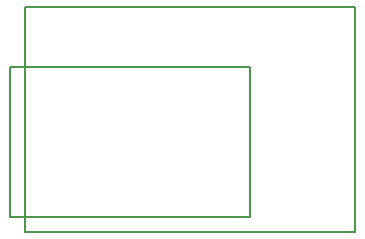
<source format=gbr>
G04 #@! TF.FileFunction,Legend,Bot*
%FSLAX46Y46*%
G04 Gerber Fmt 4.6, Leading zero omitted, Abs format (unit mm)*
G04 Created by KiCad (PCBNEW 4.0.5+dfsg1-4) date Sat Feb  3 00:51:27 2018*
%MOMM*%
%LPD*%
G01*
G04 APERTURE LIST*
%ADD10C,0.100000*%
%ADD11C,0.200000*%
G04 APERTURE END LIST*
D10*
D11*
X170180000Y-101600000D02*
X142240000Y-101600000D01*
X142240000Y-120650000D02*
X170180000Y-120650000D01*
X142240000Y-101600000D02*
X142240000Y-120650000D01*
X170180000Y-101600000D02*
X170180000Y-120650000D01*
X140970000Y-119380000D02*
X140970000Y-106680000D01*
X161290000Y-119380000D02*
X140970000Y-119380000D01*
X161290000Y-106680000D02*
X161290000Y-119380000D01*
X140970000Y-106680000D02*
X161290000Y-106680000D01*
M02*

</source>
